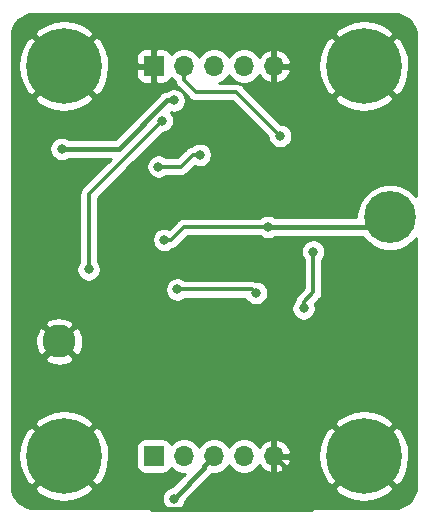
<source format=gbr>
G04 #@! TF.GenerationSoftware,KiCad,Pcbnew,(5.1.5)-3*
G04 #@! TF.CreationDate,2020-10-27T23:36:23+01:00*
G04 #@! TF.ProjectId,error_amplifier_1,6572726f-725f-4616-9d70-6c6966696572,rev?*
G04 #@! TF.SameCoordinates,Original*
G04 #@! TF.FileFunction,Copper,L2,Bot*
G04 #@! TF.FilePolarity,Positive*
%FSLAX46Y46*%
G04 Gerber Fmt 4.6, Leading zero omitted, Abs format (unit mm)*
G04 Created by KiCad (PCBNEW (5.1.5)-3) date 2020-10-27 23:36:23*
%MOMM*%
%LPD*%
G04 APERTURE LIST*
%ADD10C,2.800000*%
%ADD11C,0.700000*%
%ADD12C,4.400000*%
%ADD13O,1.700000X1.700000*%
%ADD14R,1.700000X1.700000*%
%ADD15C,0.800000*%
%ADD16C,6.400000*%
%ADD17C,0.400000*%
%ADD18C,0.300000*%
%ADD19C,0.254000*%
G04 APERTURE END LIST*
D10*
X101200000Y-142700000D03*
D11*
X130366726Y-131033274D03*
X129200000Y-130550000D03*
X128033274Y-131033274D03*
X127550000Y-132200000D03*
X128033274Y-133366726D03*
X129200000Y-133850000D03*
X130366726Y-133366726D03*
X130850000Y-132200000D03*
D12*
X129200000Y-132200000D03*
D13*
X119380000Y-152400000D03*
X116840000Y-152400000D03*
X114300000Y-152400000D03*
X111760000Y-152400000D03*
D14*
X109220000Y-152400000D03*
D13*
X119380000Y-119380000D03*
X116840000Y-119380000D03*
X114300000Y-119380000D03*
X111760000Y-119380000D03*
D14*
X109220000Y-119380000D03*
D15*
X128697056Y-150702944D03*
X127000000Y-150000000D03*
X125302944Y-150702944D03*
X124600000Y-152400000D03*
X125302944Y-154097056D03*
X127000000Y-154800000D03*
X128697056Y-154097056D03*
X129400000Y-152400000D03*
D16*
X127000000Y-152400000D03*
D15*
X103297056Y-117682944D03*
X101600000Y-116980000D03*
X99902944Y-117682944D03*
X99200000Y-119380000D03*
X99902944Y-121077056D03*
X101600000Y-121780000D03*
X103297056Y-121077056D03*
X104000000Y-119380000D03*
D16*
X101600000Y-119380000D03*
D15*
X103297056Y-150702944D03*
X101600000Y-150000000D03*
X99902944Y-150702944D03*
X99200000Y-152400000D03*
X99902944Y-154097056D03*
X101600000Y-154800000D03*
X103297056Y-154097056D03*
X104000000Y-152400000D03*
D16*
X101600000Y-152400000D03*
D15*
X128697056Y-117682944D03*
X127000000Y-116980000D03*
X125302944Y-117682944D03*
X124600000Y-119380000D03*
X125302944Y-121077056D03*
X127000000Y-121780000D03*
X128697056Y-121077056D03*
X129400000Y-119380000D03*
D16*
X127000000Y-119380000D03*
D15*
X121200000Y-150200000D03*
X114400000Y-148600000D03*
X103700000Y-136600000D03*
X109900000Y-124000000D03*
X113100000Y-126900000D03*
X109600000Y-127900000D03*
X110900000Y-156000000D03*
X121900000Y-139900000D03*
X122700000Y-135100000D03*
X110900000Y-122300000D03*
X101400000Y-126400000D03*
X119900000Y-125300000D03*
X110100000Y-134100000D03*
X118900000Y-133000000D03*
X111200000Y-138300000D03*
X117852951Y-138592276D03*
D17*
X104799999Y-155599999D02*
X107799999Y-155599999D01*
X101600000Y-152400000D02*
X104799999Y-155599999D01*
X107799999Y-155599999D02*
X109100000Y-156900000D01*
X122500000Y-156900000D02*
X127000000Y-152400000D01*
X109100000Y-156900000D02*
X122500000Y-156900000D01*
X120229999Y-153249999D02*
X120229999Y-155870001D01*
X119380000Y-152400000D02*
X120229999Y-153249999D01*
X120229999Y-155870001D02*
X119200000Y-156900000D01*
X121200000Y-150200000D02*
X119700000Y-148700000D01*
X119700000Y-148700000D02*
X114500000Y-148700000D01*
X114500000Y-148700000D02*
X114400000Y-148600000D01*
D18*
X103700000Y-136600000D02*
X103700000Y-130200000D01*
X103700000Y-130200000D02*
X109900000Y-124000000D01*
X112534315Y-126900000D02*
X111534315Y-127900000D01*
X113100000Y-126900000D02*
X112534315Y-126900000D01*
X111534315Y-127900000D02*
X109600000Y-127900000D01*
D17*
X113450001Y-153449999D02*
X113450001Y-153249999D01*
X113450001Y-153249999D02*
X114300000Y-152400000D01*
X110900000Y-156000000D02*
X113450001Y-153449999D01*
D18*
X121900000Y-139334315D02*
X122700000Y-138534315D01*
X121900000Y-139900000D02*
X121900000Y-139334315D01*
X122700000Y-138534315D02*
X122700000Y-135100000D01*
D17*
X110334315Y-122300000D02*
X106234315Y-126400000D01*
X110900000Y-122300000D02*
X110334315Y-122300000D01*
X106234315Y-126400000D02*
X101400000Y-126400000D01*
D18*
X111760000Y-120582081D02*
X112777919Y-121600000D01*
X111760000Y-119380000D02*
X111760000Y-120582081D01*
X112777919Y-121600000D02*
X116200000Y-121600000D01*
X116200000Y-121600000D02*
X119900000Y-125300000D01*
X110665685Y-134100000D02*
X111765685Y-133000000D01*
X110100000Y-134100000D02*
X110665685Y-134100000D01*
X111765685Y-133000000D02*
X118900000Y-133000000D01*
D17*
X128400000Y-133000000D02*
X129200000Y-132200000D01*
X118900000Y-133000000D02*
X128400000Y-133000000D01*
D18*
X111200000Y-138300000D02*
X117560675Y-138300000D01*
X117560675Y-138300000D02*
X117852951Y-138592276D01*
D19*
G36*
X129904545Y-114998909D02*
G01*
X130255208Y-115104780D01*
X130578625Y-115276744D01*
X130862484Y-115508254D01*
X131095965Y-115790486D01*
X131270183Y-116112695D01*
X131378502Y-116462614D01*
X131420000Y-116857443D01*
X131420000Y-130419601D01*
X131402088Y-130392793D01*
X131007207Y-129997912D01*
X130542876Y-129687656D01*
X130026939Y-129473948D01*
X129479223Y-129365000D01*
X128920777Y-129365000D01*
X128373061Y-129473948D01*
X127857124Y-129687656D01*
X127392793Y-129997912D01*
X126997912Y-130392793D01*
X126687656Y-130857124D01*
X126473948Y-131373061D01*
X126365000Y-131920777D01*
X126365000Y-132165000D01*
X119513285Y-132165000D01*
X119390256Y-132082795D01*
X119201898Y-132004774D01*
X119001939Y-131965000D01*
X118798061Y-131965000D01*
X118598102Y-132004774D01*
X118409744Y-132082795D01*
X118240226Y-132196063D01*
X118221289Y-132215000D01*
X111804240Y-132215000D01*
X111765685Y-132211203D01*
X111727129Y-132215000D01*
X111727124Y-132215000D01*
X111686711Y-132218980D01*
X111611798Y-132226358D01*
X111463825Y-132271246D01*
X111327452Y-132344138D01*
X111281652Y-132381726D01*
X111237872Y-132417655D01*
X111237869Y-132417658D01*
X111207921Y-132442236D01*
X111183343Y-132472185D01*
X110507155Y-133148373D01*
X110401898Y-133104774D01*
X110201939Y-133065000D01*
X109998061Y-133065000D01*
X109798102Y-133104774D01*
X109609744Y-133182795D01*
X109440226Y-133296063D01*
X109296063Y-133440226D01*
X109182795Y-133609744D01*
X109104774Y-133798102D01*
X109065000Y-133998061D01*
X109065000Y-134201939D01*
X109104774Y-134401898D01*
X109182795Y-134590256D01*
X109296063Y-134759774D01*
X109440226Y-134903937D01*
X109609744Y-135017205D01*
X109798102Y-135095226D01*
X109998061Y-135135000D01*
X110201939Y-135135000D01*
X110401898Y-135095226D01*
X110590256Y-135017205D01*
X110759774Y-134903937D01*
X110786847Y-134876864D01*
X110819572Y-134873641D01*
X110967545Y-134828754D01*
X111103918Y-134755862D01*
X111223449Y-134657764D01*
X111248032Y-134627810D01*
X112090843Y-133785000D01*
X118221289Y-133785000D01*
X118240226Y-133803937D01*
X118409744Y-133917205D01*
X118598102Y-133995226D01*
X118798061Y-134035000D01*
X119001939Y-134035000D01*
X119201898Y-133995226D01*
X119390256Y-133917205D01*
X119513285Y-133835000D01*
X126882847Y-133835000D01*
X126997912Y-134007207D01*
X127392793Y-134402088D01*
X127857124Y-134712344D01*
X128373061Y-134926052D01*
X128920777Y-135035000D01*
X129479223Y-135035000D01*
X130026939Y-134926052D01*
X130542876Y-134712344D01*
X131007207Y-134402088D01*
X131402088Y-134007207D01*
X131420000Y-133980399D01*
X131420001Y-154907711D01*
X131381091Y-155304545D01*
X131275220Y-155655206D01*
X131103257Y-155978623D01*
X130871748Y-156262482D01*
X130589514Y-156495965D01*
X130267304Y-156670184D01*
X129917385Y-156778502D01*
X129522557Y-156820000D01*
X111535734Y-156820000D01*
X111559774Y-156803937D01*
X111703937Y-156659774D01*
X111817205Y-156490256D01*
X111895226Y-156301898D01*
X111924093Y-156156775D01*
X112979987Y-155100881D01*
X124478724Y-155100881D01*
X124838912Y-155590548D01*
X125502882Y-155950849D01*
X126224385Y-156174694D01*
X126975695Y-156253480D01*
X127727938Y-156184178D01*
X128452208Y-155969452D01*
X129120670Y-155617555D01*
X129161088Y-155590548D01*
X129521276Y-155100881D01*
X127000000Y-152579605D01*
X124478724Y-155100881D01*
X112979987Y-155100881D01*
X114011429Y-154069439D01*
X114043292Y-154043290D01*
X114147637Y-153916145D01*
X114164284Y-153885000D01*
X114446260Y-153885000D01*
X114733158Y-153827932D01*
X115003411Y-153715990D01*
X115246632Y-153553475D01*
X115453475Y-153346632D01*
X115570000Y-153172240D01*
X115686525Y-153346632D01*
X115893368Y-153553475D01*
X116136589Y-153715990D01*
X116406842Y-153827932D01*
X116693740Y-153885000D01*
X116986260Y-153885000D01*
X117273158Y-153827932D01*
X117543411Y-153715990D01*
X117786632Y-153553475D01*
X117993475Y-153346632D01*
X118115195Y-153164466D01*
X118184822Y-153281355D01*
X118379731Y-153497588D01*
X118613080Y-153671641D01*
X118875901Y-153796825D01*
X119023110Y-153841476D01*
X119253000Y-153720155D01*
X119253000Y-152527000D01*
X119507000Y-152527000D01*
X119507000Y-153720155D01*
X119736890Y-153841476D01*
X119884099Y-153796825D01*
X120146920Y-153671641D01*
X120380269Y-153497588D01*
X120575178Y-153281355D01*
X120724157Y-153031252D01*
X120821481Y-152756891D01*
X120700814Y-152527000D01*
X119507000Y-152527000D01*
X119253000Y-152527000D01*
X119233000Y-152527000D01*
X119233000Y-152375695D01*
X123146520Y-152375695D01*
X123215822Y-153127938D01*
X123430548Y-153852208D01*
X123782445Y-154520670D01*
X123809452Y-154561088D01*
X124299119Y-154921276D01*
X126820395Y-152400000D01*
X127179605Y-152400000D01*
X129700881Y-154921276D01*
X130190548Y-154561088D01*
X130550849Y-153897118D01*
X130774694Y-153175615D01*
X130853480Y-152424305D01*
X130784178Y-151672062D01*
X130569452Y-150947792D01*
X130217555Y-150279330D01*
X130190548Y-150238912D01*
X129700881Y-149878724D01*
X127179605Y-152400000D01*
X126820395Y-152400000D01*
X124299119Y-149878724D01*
X123809452Y-150238912D01*
X123449151Y-150902882D01*
X123225306Y-151624385D01*
X123146520Y-152375695D01*
X119233000Y-152375695D01*
X119233000Y-152273000D01*
X119253000Y-152273000D01*
X119253000Y-151079845D01*
X119507000Y-151079845D01*
X119507000Y-152273000D01*
X120700814Y-152273000D01*
X120821481Y-152043109D01*
X120724157Y-151768748D01*
X120575178Y-151518645D01*
X120380269Y-151302412D01*
X120146920Y-151128359D01*
X119884099Y-151003175D01*
X119736890Y-150958524D01*
X119507000Y-151079845D01*
X119253000Y-151079845D01*
X119023110Y-150958524D01*
X118875901Y-151003175D01*
X118613080Y-151128359D01*
X118379731Y-151302412D01*
X118184822Y-151518645D01*
X118115195Y-151635534D01*
X117993475Y-151453368D01*
X117786632Y-151246525D01*
X117543411Y-151084010D01*
X117273158Y-150972068D01*
X116986260Y-150915000D01*
X116693740Y-150915000D01*
X116406842Y-150972068D01*
X116136589Y-151084010D01*
X115893368Y-151246525D01*
X115686525Y-151453368D01*
X115570000Y-151627760D01*
X115453475Y-151453368D01*
X115246632Y-151246525D01*
X115003411Y-151084010D01*
X114733158Y-150972068D01*
X114446260Y-150915000D01*
X114153740Y-150915000D01*
X113866842Y-150972068D01*
X113596589Y-151084010D01*
X113353368Y-151246525D01*
X113146525Y-151453368D01*
X113030000Y-151627760D01*
X112913475Y-151453368D01*
X112706632Y-151246525D01*
X112463411Y-151084010D01*
X112193158Y-150972068D01*
X111906260Y-150915000D01*
X111613740Y-150915000D01*
X111326842Y-150972068D01*
X111056589Y-151084010D01*
X110813368Y-151246525D01*
X110681513Y-151378380D01*
X110659502Y-151305820D01*
X110600537Y-151195506D01*
X110521185Y-151098815D01*
X110424494Y-151019463D01*
X110314180Y-150960498D01*
X110194482Y-150924188D01*
X110070000Y-150911928D01*
X108370000Y-150911928D01*
X108245518Y-150924188D01*
X108125820Y-150960498D01*
X108015506Y-151019463D01*
X107918815Y-151098815D01*
X107839463Y-151195506D01*
X107780498Y-151305820D01*
X107744188Y-151425518D01*
X107731928Y-151550000D01*
X107731928Y-153250000D01*
X107744188Y-153374482D01*
X107780498Y-153494180D01*
X107839463Y-153604494D01*
X107918815Y-153701185D01*
X108015506Y-153780537D01*
X108125820Y-153839502D01*
X108245518Y-153875812D01*
X108370000Y-153888072D01*
X110070000Y-153888072D01*
X110194482Y-153875812D01*
X110314180Y-153839502D01*
X110424494Y-153780537D01*
X110521185Y-153701185D01*
X110600537Y-153604494D01*
X110659502Y-153494180D01*
X110681513Y-153421620D01*
X110813368Y-153553475D01*
X111056589Y-153715990D01*
X111326842Y-153827932D01*
X111613740Y-153885000D01*
X111834132Y-153885000D01*
X110743225Y-154975907D01*
X110598102Y-155004774D01*
X110409744Y-155082795D01*
X110240226Y-155196063D01*
X110096063Y-155340226D01*
X109982795Y-155509744D01*
X109904774Y-155698102D01*
X109865000Y-155898061D01*
X109865000Y-156101939D01*
X109904774Y-156301898D01*
X109982795Y-156490256D01*
X110096063Y-156659774D01*
X110240226Y-156803937D01*
X110264266Y-156820000D01*
X99092279Y-156820000D01*
X98695455Y-156781091D01*
X98344794Y-156675220D01*
X98021377Y-156503257D01*
X97737518Y-156271748D01*
X97504035Y-155989514D01*
X97329816Y-155667304D01*
X97221498Y-155317385D01*
X97198743Y-155100881D01*
X99078724Y-155100881D01*
X99438912Y-155590548D01*
X100102882Y-155950849D01*
X100824385Y-156174694D01*
X101575695Y-156253480D01*
X102327938Y-156184178D01*
X103052208Y-155969452D01*
X103720670Y-155617555D01*
X103761088Y-155590548D01*
X104121276Y-155100881D01*
X101600000Y-152579605D01*
X99078724Y-155100881D01*
X97198743Y-155100881D01*
X97180000Y-154922557D01*
X97180000Y-152375695D01*
X97746520Y-152375695D01*
X97815822Y-153127938D01*
X98030548Y-153852208D01*
X98382445Y-154520670D01*
X98409452Y-154561088D01*
X98899119Y-154921276D01*
X101420395Y-152400000D01*
X101779605Y-152400000D01*
X104300881Y-154921276D01*
X104790548Y-154561088D01*
X105150849Y-153897118D01*
X105374694Y-153175615D01*
X105453480Y-152424305D01*
X105384178Y-151672062D01*
X105169452Y-150947792D01*
X104817555Y-150279330D01*
X104790548Y-150238912D01*
X104300881Y-149878724D01*
X101779605Y-152400000D01*
X101420395Y-152400000D01*
X98899119Y-149878724D01*
X98409452Y-150238912D01*
X98049151Y-150902882D01*
X97825306Y-151624385D01*
X97746520Y-152375695D01*
X97180000Y-152375695D01*
X97180000Y-149699119D01*
X99078724Y-149699119D01*
X101600000Y-152220395D01*
X104121276Y-149699119D01*
X124478724Y-149699119D01*
X127000000Y-152220395D01*
X129521276Y-149699119D01*
X129161088Y-149209452D01*
X128497118Y-148849151D01*
X127775615Y-148625306D01*
X127024305Y-148546520D01*
X126272062Y-148615822D01*
X125547792Y-148830548D01*
X124879330Y-149182445D01*
X124838912Y-149209452D01*
X124478724Y-149699119D01*
X104121276Y-149699119D01*
X103761088Y-149209452D01*
X103097118Y-148849151D01*
X102375615Y-148625306D01*
X101624305Y-148546520D01*
X100872062Y-148615822D01*
X100147792Y-148830548D01*
X99479330Y-149182445D01*
X99438912Y-149209452D01*
X99078724Y-149699119D01*
X97180000Y-149699119D01*
X97180000Y-144120447D01*
X99959158Y-144120447D01*
X100103135Y-144425770D01*
X100460892Y-144606597D01*
X100847053Y-144714155D01*
X101246777Y-144744310D01*
X101644704Y-144695904D01*
X102025540Y-144570795D01*
X102296865Y-144425770D01*
X102440842Y-144120447D01*
X101200000Y-142879605D01*
X99959158Y-144120447D01*
X97180000Y-144120447D01*
X97180000Y-142746777D01*
X99155690Y-142746777D01*
X99204096Y-143144704D01*
X99329205Y-143525540D01*
X99474230Y-143796865D01*
X99779553Y-143940842D01*
X101020395Y-142700000D01*
X101379605Y-142700000D01*
X102620447Y-143940842D01*
X102925770Y-143796865D01*
X103106597Y-143439108D01*
X103214155Y-143052947D01*
X103244310Y-142653223D01*
X103195904Y-142255296D01*
X103070795Y-141874460D01*
X102925770Y-141603135D01*
X102620447Y-141459158D01*
X101379605Y-142700000D01*
X101020395Y-142700000D01*
X99779553Y-141459158D01*
X99474230Y-141603135D01*
X99293403Y-141960892D01*
X99185845Y-142347053D01*
X99155690Y-142746777D01*
X97180000Y-142746777D01*
X97180000Y-141279553D01*
X99959158Y-141279553D01*
X101200000Y-142520395D01*
X102440842Y-141279553D01*
X102296865Y-140974230D01*
X101939108Y-140793403D01*
X101552947Y-140685845D01*
X101153223Y-140655690D01*
X100755296Y-140704096D01*
X100374460Y-140829205D01*
X100103135Y-140974230D01*
X99959158Y-141279553D01*
X97180000Y-141279553D01*
X97180000Y-139798061D01*
X120865000Y-139798061D01*
X120865000Y-140001939D01*
X120904774Y-140201898D01*
X120982795Y-140390256D01*
X121096063Y-140559774D01*
X121240226Y-140703937D01*
X121409744Y-140817205D01*
X121598102Y-140895226D01*
X121798061Y-140935000D01*
X122001939Y-140935000D01*
X122201898Y-140895226D01*
X122390256Y-140817205D01*
X122559774Y-140703937D01*
X122703937Y-140559774D01*
X122817205Y-140390256D01*
X122895226Y-140201898D01*
X122935000Y-140001939D01*
X122935000Y-139798061D01*
X122895226Y-139598102D01*
X122851627Y-139492845D01*
X123227811Y-139116661D01*
X123257764Y-139092079D01*
X123355862Y-138972548D01*
X123428754Y-138836175D01*
X123437755Y-138806503D01*
X123473642Y-138688202D01*
X123483089Y-138592276D01*
X123485000Y-138572876D01*
X123485000Y-138572871D01*
X123488797Y-138534315D01*
X123485000Y-138495759D01*
X123485000Y-135778711D01*
X123503937Y-135759774D01*
X123617205Y-135590256D01*
X123695226Y-135401898D01*
X123735000Y-135201939D01*
X123735000Y-134998061D01*
X123695226Y-134798102D01*
X123617205Y-134609744D01*
X123503937Y-134440226D01*
X123359774Y-134296063D01*
X123190256Y-134182795D01*
X123001898Y-134104774D01*
X122801939Y-134065000D01*
X122598061Y-134065000D01*
X122398102Y-134104774D01*
X122209744Y-134182795D01*
X122040226Y-134296063D01*
X121896063Y-134440226D01*
X121782795Y-134609744D01*
X121704774Y-134798102D01*
X121665000Y-134998061D01*
X121665000Y-135201939D01*
X121704774Y-135401898D01*
X121782795Y-135590256D01*
X121896063Y-135759774D01*
X121915001Y-135778712D01*
X121915000Y-138209158D01*
X121372185Y-138751973D01*
X121342237Y-138776551D01*
X121317659Y-138806499D01*
X121317655Y-138806503D01*
X121293305Y-138836174D01*
X121244139Y-138896082D01*
X121171246Y-139032455D01*
X121126359Y-139180428D01*
X121123136Y-139213153D01*
X121096063Y-139240226D01*
X120982795Y-139409744D01*
X120904774Y-139598102D01*
X120865000Y-139798061D01*
X97180000Y-139798061D01*
X97180000Y-138198061D01*
X110165000Y-138198061D01*
X110165000Y-138401939D01*
X110204774Y-138601898D01*
X110282795Y-138790256D01*
X110396063Y-138959774D01*
X110540226Y-139103937D01*
X110709744Y-139217205D01*
X110898102Y-139295226D01*
X111098061Y-139335000D01*
X111301939Y-139335000D01*
X111501898Y-139295226D01*
X111690256Y-139217205D01*
X111859774Y-139103937D01*
X111878711Y-139085000D01*
X116937395Y-139085000D01*
X117049014Y-139252050D01*
X117193177Y-139396213D01*
X117362695Y-139509481D01*
X117551053Y-139587502D01*
X117751012Y-139627276D01*
X117954890Y-139627276D01*
X118154849Y-139587502D01*
X118343207Y-139509481D01*
X118512725Y-139396213D01*
X118656888Y-139252050D01*
X118770156Y-139082532D01*
X118848177Y-138894174D01*
X118887951Y-138694215D01*
X118887951Y-138490337D01*
X118848177Y-138290378D01*
X118770156Y-138102020D01*
X118656888Y-137932502D01*
X118512725Y-137788339D01*
X118343207Y-137675071D01*
X118154849Y-137597050D01*
X117954890Y-137557276D01*
X117816482Y-137557276D01*
X117714562Y-137526359D01*
X117599236Y-137515000D01*
X117599228Y-137515000D01*
X117560675Y-137511203D01*
X117522122Y-137515000D01*
X111878711Y-137515000D01*
X111859774Y-137496063D01*
X111690256Y-137382795D01*
X111501898Y-137304774D01*
X111301939Y-137265000D01*
X111098061Y-137265000D01*
X110898102Y-137304774D01*
X110709744Y-137382795D01*
X110540226Y-137496063D01*
X110396063Y-137640226D01*
X110282795Y-137809744D01*
X110204774Y-137998102D01*
X110165000Y-138198061D01*
X97180000Y-138198061D01*
X97180000Y-126298061D01*
X100365000Y-126298061D01*
X100365000Y-126501939D01*
X100404774Y-126701898D01*
X100482795Y-126890256D01*
X100596063Y-127059774D01*
X100740226Y-127203937D01*
X100909744Y-127317205D01*
X101098102Y-127395226D01*
X101298061Y-127435000D01*
X101501939Y-127435000D01*
X101701898Y-127395226D01*
X101890256Y-127317205D01*
X102013285Y-127235000D01*
X105554843Y-127235000D01*
X103172185Y-129617658D01*
X103142237Y-129642236D01*
X103117659Y-129672184D01*
X103117655Y-129672188D01*
X103113621Y-129677104D01*
X103044139Y-129761767D01*
X103031774Y-129784901D01*
X102971246Y-129898141D01*
X102926359Y-130046114D01*
X102911203Y-130200000D01*
X102915001Y-130238563D01*
X102915000Y-135921289D01*
X102896063Y-135940226D01*
X102782795Y-136109744D01*
X102704774Y-136298102D01*
X102665000Y-136498061D01*
X102665000Y-136701939D01*
X102704774Y-136901898D01*
X102782795Y-137090256D01*
X102896063Y-137259774D01*
X103040226Y-137403937D01*
X103209744Y-137517205D01*
X103398102Y-137595226D01*
X103598061Y-137635000D01*
X103801939Y-137635000D01*
X104001898Y-137595226D01*
X104190256Y-137517205D01*
X104359774Y-137403937D01*
X104503937Y-137259774D01*
X104617205Y-137090256D01*
X104695226Y-136901898D01*
X104735000Y-136701939D01*
X104735000Y-136498061D01*
X104695226Y-136298102D01*
X104617205Y-136109744D01*
X104503937Y-135940226D01*
X104485000Y-135921289D01*
X104485000Y-130525157D01*
X107212096Y-127798061D01*
X108565000Y-127798061D01*
X108565000Y-128001939D01*
X108604774Y-128201898D01*
X108682795Y-128390256D01*
X108796063Y-128559774D01*
X108940226Y-128703937D01*
X109109744Y-128817205D01*
X109298102Y-128895226D01*
X109498061Y-128935000D01*
X109701939Y-128935000D01*
X109901898Y-128895226D01*
X110090256Y-128817205D01*
X110259774Y-128703937D01*
X110278711Y-128685000D01*
X111495762Y-128685000D01*
X111534315Y-128688797D01*
X111572868Y-128685000D01*
X111572876Y-128685000D01*
X111688202Y-128673641D01*
X111836175Y-128628754D01*
X111972548Y-128555862D01*
X112092079Y-128457764D01*
X112116662Y-128427810D01*
X112692845Y-127851627D01*
X112798102Y-127895226D01*
X112998061Y-127935000D01*
X113201939Y-127935000D01*
X113401898Y-127895226D01*
X113590256Y-127817205D01*
X113759774Y-127703937D01*
X113903937Y-127559774D01*
X114017205Y-127390256D01*
X114095226Y-127201898D01*
X114135000Y-127001939D01*
X114135000Y-126798061D01*
X114095226Y-126598102D01*
X114017205Y-126409744D01*
X113903937Y-126240226D01*
X113759774Y-126096063D01*
X113590256Y-125982795D01*
X113401898Y-125904774D01*
X113201939Y-125865000D01*
X112998061Y-125865000D01*
X112798102Y-125904774D01*
X112609744Y-125982795D01*
X112440226Y-126096063D01*
X112413154Y-126123135D01*
X112380428Y-126126358D01*
X112232455Y-126171246D01*
X112096082Y-126244138D01*
X111976551Y-126342236D01*
X111951968Y-126372190D01*
X111209158Y-127115000D01*
X110278711Y-127115000D01*
X110259774Y-127096063D01*
X110090256Y-126982795D01*
X109901898Y-126904774D01*
X109701939Y-126865000D01*
X109498061Y-126865000D01*
X109298102Y-126904774D01*
X109109744Y-126982795D01*
X108940226Y-127096063D01*
X108796063Y-127240226D01*
X108682795Y-127409744D01*
X108604774Y-127598102D01*
X108565000Y-127798061D01*
X107212096Y-127798061D01*
X109975158Y-125035000D01*
X110001939Y-125035000D01*
X110201898Y-124995226D01*
X110390256Y-124917205D01*
X110559774Y-124803937D01*
X110703937Y-124659774D01*
X110817205Y-124490256D01*
X110895226Y-124301898D01*
X110935000Y-124101939D01*
X110935000Y-123898061D01*
X110895226Y-123698102D01*
X110817205Y-123509744D01*
X110703937Y-123340226D01*
X110674042Y-123310331D01*
X110798061Y-123335000D01*
X111001939Y-123335000D01*
X111201898Y-123295226D01*
X111390256Y-123217205D01*
X111559774Y-123103937D01*
X111703937Y-122959774D01*
X111817205Y-122790256D01*
X111895226Y-122601898D01*
X111935000Y-122401939D01*
X111935000Y-122198061D01*
X111895226Y-121998102D01*
X111817205Y-121809744D01*
X111703937Y-121640226D01*
X111559774Y-121496063D01*
X111390256Y-121382795D01*
X111201898Y-121304774D01*
X111001939Y-121265000D01*
X110798061Y-121265000D01*
X110598102Y-121304774D01*
X110409744Y-121382795D01*
X110285577Y-121465760D01*
X110170626Y-121477082D01*
X110013228Y-121524828D01*
X109868169Y-121602364D01*
X109741024Y-121706709D01*
X109714878Y-121738568D01*
X105888448Y-125565000D01*
X102013285Y-125565000D01*
X101890256Y-125482795D01*
X101701898Y-125404774D01*
X101501939Y-125365000D01*
X101298061Y-125365000D01*
X101098102Y-125404774D01*
X100909744Y-125482795D01*
X100740226Y-125596063D01*
X100596063Y-125740226D01*
X100482795Y-125909744D01*
X100404774Y-126098102D01*
X100365000Y-126298061D01*
X97180000Y-126298061D01*
X97180000Y-122080881D01*
X99078724Y-122080881D01*
X99438912Y-122570548D01*
X100102882Y-122930849D01*
X100824385Y-123154694D01*
X101575695Y-123233480D01*
X102327938Y-123164178D01*
X103052208Y-122949452D01*
X103720670Y-122597555D01*
X103761088Y-122570548D01*
X104121276Y-122080881D01*
X101600000Y-119559605D01*
X99078724Y-122080881D01*
X97180000Y-122080881D01*
X97180000Y-119355695D01*
X97746520Y-119355695D01*
X97815822Y-120107938D01*
X98030548Y-120832208D01*
X98382445Y-121500670D01*
X98409452Y-121541088D01*
X98899119Y-121901276D01*
X101420395Y-119380000D01*
X101779605Y-119380000D01*
X104300881Y-121901276D01*
X104790548Y-121541088D01*
X105150849Y-120877118D01*
X105351616Y-120230000D01*
X107731928Y-120230000D01*
X107744188Y-120354482D01*
X107780498Y-120474180D01*
X107839463Y-120584494D01*
X107918815Y-120681185D01*
X108015506Y-120760537D01*
X108125820Y-120819502D01*
X108245518Y-120855812D01*
X108370000Y-120868072D01*
X108934250Y-120865000D01*
X109093000Y-120706250D01*
X109093000Y-119507000D01*
X107893750Y-119507000D01*
X107735000Y-119665750D01*
X107731928Y-120230000D01*
X105351616Y-120230000D01*
X105374694Y-120155615D01*
X105453480Y-119404305D01*
X105384178Y-118652062D01*
X105347990Y-118530000D01*
X107731928Y-118530000D01*
X107735000Y-119094250D01*
X107893750Y-119253000D01*
X109093000Y-119253000D01*
X109093000Y-118053750D01*
X109347000Y-118053750D01*
X109347000Y-119253000D01*
X109367000Y-119253000D01*
X109367000Y-119507000D01*
X109347000Y-119507000D01*
X109347000Y-120706250D01*
X109505750Y-120865000D01*
X110070000Y-120868072D01*
X110194482Y-120855812D01*
X110314180Y-120819502D01*
X110424494Y-120760537D01*
X110521185Y-120681185D01*
X110600537Y-120584494D01*
X110659502Y-120474180D01*
X110681513Y-120401620D01*
X110813368Y-120533475D01*
X110977197Y-120642942D01*
X110986359Y-120735967D01*
X111031246Y-120883940D01*
X111031247Y-120883941D01*
X111104139Y-121020314D01*
X111144690Y-121069725D01*
X111177655Y-121109893D01*
X111177659Y-121109897D01*
X111202237Y-121139845D01*
X111232185Y-121164423D01*
X112195572Y-122127810D01*
X112220155Y-122157764D01*
X112339686Y-122255862D01*
X112435053Y-122306836D01*
X112476059Y-122328754D01*
X112624032Y-122373642D01*
X112698945Y-122381020D01*
X112739358Y-122385000D01*
X112739363Y-122385000D01*
X112777919Y-122388797D01*
X112816475Y-122385000D01*
X115874843Y-122385000D01*
X118865000Y-125375158D01*
X118865000Y-125401939D01*
X118904774Y-125601898D01*
X118982795Y-125790256D01*
X119096063Y-125959774D01*
X119240226Y-126103937D01*
X119409744Y-126217205D01*
X119598102Y-126295226D01*
X119798061Y-126335000D01*
X120001939Y-126335000D01*
X120201898Y-126295226D01*
X120390256Y-126217205D01*
X120559774Y-126103937D01*
X120703937Y-125959774D01*
X120817205Y-125790256D01*
X120895226Y-125601898D01*
X120935000Y-125401939D01*
X120935000Y-125198061D01*
X120895226Y-124998102D01*
X120817205Y-124809744D01*
X120703937Y-124640226D01*
X120559774Y-124496063D01*
X120390256Y-124382795D01*
X120201898Y-124304774D01*
X120001939Y-124265000D01*
X119975158Y-124265000D01*
X117791039Y-122080881D01*
X124478724Y-122080881D01*
X124838912Y-122570548D01*
X125502882Y-122930849D01*
X126224385Y-123154694D01*
X126975695Y-123233480D01*
X127727938Y-123164178D01*
X128452208Y-122949452D01*
X129120670Y-122597555D01*
X129161088Y-122570548D01*
X129521276Y-122080881D01*
X127000000Y-119559605D01*
X124478724Y-122080881D01*
X117791039Y-122080881D01*
X116782345Y-121072188D01*
X116757764Y-121042236D01*
X116638233Y-120944138D01*
X116501860Y-120871246D01*
X116353887Y-120826359D01*
X116238561Y-120815000D01*
X116238553Y-120815000D01*
X116200000Y-120811203D01*
X116161447Y-120815000D01*
X114697625Y-120815000D01*
X114733158Y-120807932D01*
X115003411Y-120695990D01*
X115246632Y-120533475D01*
X115453475Y-120326632D01*
X115570000Y-120152240D01*
X115686525Y-120326632D01*
X115893368Y-120533475D01*
X116136589Y-120695990D01*
X116406842Y-120807932D01*
X116693740Y-120865000D01*
X116986260Y-120865000D01*
X117273158Y-120807932D01*
X117543411Y-120695990D01*
X117786632Y-120533475D01*
X117993475Y-120326632D01*
X118115195Y-120144466D01*
X118184822Y-120261355D01*
X118379731Y-120477588D01*
X118613080Y-120651641D01*
X118875901Y-120776825D01*
X119023110Y-120821476D01*
X119253000Y-120700155D01*
X119253000Y-119507000D01*
X119507000Y-119507000D01*
X119507000Y-120700155D01*
X119736890Y-120821476D01*
X119884099Y-120776825D01*
X120146920Y-120651641D01*
X120380269Y-120477588D01*
X120575178Y-120261355D01*
X120724157Y-120011252D01*
X120821481Y-119736891D01*
X120700814Y-119507000D01*
X119507000Y-119507000D01*
X119253000Y-119507000D01*
X119233000Y-119507000D01*
X119233000Y-119355695D01*
X123146520Y-119355695D01*
X123215822Y-120107938D01*
X123430548Y-120832208D01*
X123782445Y-121500670D01*
X123809452Y-121541088D01*
X124299119Y-121901276D01*
X126820395Y-119380000D01*
X127179605Y-119380000D01*
X129700881Y-121901276D01*
X130190548Y-121541088D01*
X130550849Y-120877118D01*
X130774694Y-120155615D01*
X130853480Y-119404305D01*
X130784178Y-118652062D01*
X130569452Y-117927792D01*
X130217555Y-117259330D01*
X130190548Y-117218912D01*
X129700881Y-116858724D01*
X127179605Y-119380000D01*
X126820395Y-119380000D01*
X124299119Y-116858724D01*
X123809452Y-117218912D01*
X123449151Y-117882882D01*
X123225306Y-118604385D01*
X123146520Y-119355695D01*
X119233000Y-119355695D01*
X119233000Y-119253000D01*
X119253000Y-119253000D01*
X119253000Y-118059845D01*
X119507000Y-118059845D01*
X119507000Y-119253000D01*
X120700814Y-119253000D01*
X120821481Y-119023109D01*
X120724157Y-118748748D01*
X120575178Y-118498645D01*
X120380269Y-118282412D01*
X120146920Y-118108359D01*
X119884099Y-117983175D01*
X119736890Y-117938524D01*
X119507000Y-118059845D01*
X119253000Y-118059845D01*
X119023110Y-117938524D01*
X118875901Y-117983175D01*
X118613080Y-118108359D01*
X118379731Y-118282412D01*
X118184822Y-118498645D01*
X118115195Y-118615534D01*
X117993475Y-118433368D01*
X117786632Y-118226525D01*
X117543411Y-118064010D01*
X117273158Y-117952068D01*
X116986260Y-117895000D01*
X116693740Y-117895000D01*
X116406842Y-117952068D01*
X116136589Y-118064010D01*
X115893368Y-118226525D01*
X115686525Y-118433368D01*
X115570000Y-118607760D01*
X115453475Y-118433368D01*
X115246632Y-118226525D01*
X115003411Y-118064010D01*
X114733158Y-117952068D01*
X114446260Y-117895000D01*
X114153740Y-117895000D01*
X113866842Y-117952068D01*
X113596589Y-118064010D01*
X113353368Y-118226525D01*
X113146525Y-118433368D01*
X113030000Y-118607760D01*
X112913475Y-118433368D01*
X112706632Y-118226525D01*
X112463411Y-118064010D01*
X112193158Y-117952068D01*
X111906260Y-117895000D01*
X111613740Y-117895000D01*
X111326842Y-117952068D01*
X111056589Y-118064010D01*
X110813368Y-118226525D01*
X110681513Y-118358380D01*
X110659502Y-118285820D01*
X110600537Y-118175506D01*
X110521185Y-118078815D01*
X110424494Y-117999463D01*
X110314180Y-117940498D01*
X110194482Y-117904188D01*
X110070000Y-117891928D01*
X109505750Y-117895000D01*
X109347000Y-118053750D01*
X109093000Y-118053750D01*
X108934250Y-117895000D01*
X108370000Y-117891928D01*
X108245518Y-117904188D01*
X108125820Y-117940498D01*
X108015506Y-117999463D01*
X107918815Y-118078815D01*
X107839463Y-118175506D01*
X107780498Y-118285820D01*
X107744188Y-118405518D01*
X107731928Y-118530000D01*
X105347990Y-118530000D01*
X105169452Y-117927792D01*
X104817555Y-117259330D01*
X104790548Y-117218912D01*
X104300881Y-116858724D01*
X101779605Y-119380000D01*
X101420395Y-119380000D01*
X98899119Y-116858724D01*
X98409452Y-117218912D01*
X98049151Y-117882882D01*
X97825306Y-118604385D01*
X97746520Y-119355695D01*
X97180000Y-119355695D01*
X97180000Y-116872279D01*
X97198939Y-116679119D01*
X99078724Y-116679119D01*
X101600000Y-119200395D01*
X104121276Y-116679119D01*
X124478724Y-116679119D01*
X127000000Y-119200395D01*
X129521276Y-116679119D01*
X129161088Y-116189452D01*
X128497118Y-115829151D01*
X127775615Y-115605306D01*
X127024305Y-115526520D01*
X126272062Y-115595822D01*
X125547792Y-115810548D01*
X124879330Y-116162445D01*
X124838912Y-116189452D01*
X124478724Y-116679119D01*
X104121276Y-116679119D01*
X103761088Y-116189452D01*
X103097118Y-115829151D01*
X102375615Y-115605306D01*
X101624305Y-115526520D01*
X100872062Y-115595822D01*
X100147792Y-115810548D01*
X99479330Y-116162445D01*
X99438912Y-116189452D01*
X99078724Y-116679119D01*
X97198939Y-116679119D01*
X97218909Y-116475455D01*
X97324780Y-116124792D01*
X97496744Y-115801375D01*
X97728254Y-115517516D01*
X98010486Y-115284035D01*
X98332695Y-115109817D01*
X98682614Y-115001498D01*
X99077443Y-114960000D01*
X129507721Y-114960000D01*
X129904545Y-114998909D01*
G37*
X129904545Y-114998909D02*
X130255208Y-115104780D01*
X130578625Y-115276744D01*
X130862484Y-115508254D01*
X131095965Y-115790486D01*
X131270183Y-116112695D01*
X131378502Y-116462614D01*
X131420000Y-116857443D01*
X131420000Y-130419601D01*
X131402088Y-130392793D01*
X131007207Y-129997912D01*
X130542876Y-129687656D01*
X130026939Y-129473948D01*
X129479223Y-129365000D01*
X128920777Y-129365000D01*
X128373061Y-129473948D01*
X127857124Y-129687656D01*
X127392793Y-129997912D01*
X126997912Y-130392793D01*
X126687656Y-130857124D01*
X126473948Y-131373061D01*
X126365000Y-131920777D01*
X126365000Y-132165000D01*
X119513285Y-132165000D01*
X119390256Y-132082795D01*
X119201898Y-132004774D01*
X119001939Y-131965000D01*
X118798061Y-131965000D01*
X118598102Y-132004774D01*
X118409744Y-132082795D01*
X118240226Y-132196063D01*
X118221289Y-132215000D01*
X111804240Y-132215000D01*
X111765685Y-132211203D01*
X111727129Y-132215000D01*
X111727124Y-132215000D01*
X111686711Y-132218980D01*
X111611798Y-132226358D01*
X111463825Y-132271246D01*
X111327452Y-132344138D01*
X111281652Y-132381726D01*
X111237872Y-132417655D01*
X111237869Y-132417658D01*
X111207921Y-132442236D01*
X111183343Y-132472185D01*
X110507155Y-133148373D01*
X110401898Y-133104774D01*
X110201939Y-133065000D01*
X109998061Y-133065000D01*
X109798102Y-133104774D01*
X109609744Y-133182795D01*
X109440226Y-133296063D01*
X109296063Y-133440226D01*
X109182795Y-133609744D01*
X109104774Y-133798102D01*
X109065000Y-133998061D01*
X109065000Y-134201939D01*
X109104774Y-134401898D01*
X109182795Y-134590256D01*
X109296063Y-134759774D01*
X109440226Y-134903937D01*
X109609744Y-135017205D01*
X109798102Y-135095226D01*
X109998061Y-135135000D01*
X110201939Y-135135000D01*
X110401898Y-135095226D01*
X110590256Y-135017205D01*
X110759774Y-134903937D01*
X110786847Y-134876864D01*
X110819572Y-134873641D01*
X110967545Y-134828754D01*
X111103918Y-134755862D01*
X111223449Y-134657764D01*
X111248032Y-134627810D01*
X112090843Y-133785000D01*
X118221289Y-133785000D01*
X118240226Y-133803937D01*
X118409744Y-133917205D01*
X118598102Y-133995226D01*
X118798061Y-134035000D01*
X119001939Y-134035000D01*
X119201898Y-133995226D01*
X119390256Y-133917205D01*
X119513285Y-133835000D01*
X126882847Y-133835000D01*
X126997912Y-134007207D01*
X127392793Y-134402088D01*
X127857124Y-134712344D01*
X128373061Y-134926052D01*
X128920777Y-135035000D01*
X129479223Y-135035000D01*
X130026939Y-134926052D01*
X130542876Y-134712344D01*
X131007207Y-134402088D01*
X131402088Y-134007207D01*
X131420000Y-133980399D01*
X131420001Y-154907711D01*
X131381091Y-155304545D01*
X131275220Y-155655206D01*
X131103257Y-155978623D01*
X130871748Y-156262482D01*
X130589514Y-156495965D01*
X130267304Y-156670184D01*
X129917385Y-156778502D01*
X129522557Y-156820000D01*
X111535734Y-156820000D01*
X111559774Y-156803937D01*
X111703937Y-156659774D01*
X111817205Y-156490256D01*
X111895226Y-156301898D01*
X111924093Y-156156775D01*
X112979987Y-155100881D01*
X124478724Y-155100881D01*
X124838912Y-155590548D01*
X125502882Y-155950849D01*
X126224385Y-156174694D01*
X126975695Y-156253480D01*
X127727938Y-156184178D01*
X128452208Y-155969452D01*
X129120670Y-155617555D01*
X129161088Y-155590548D01*
X129521276Y-155100881D01*
X127000000Y-152579605D01*
X124478724Y-155100881D01*
X112979987Y-155100881D01*
X114011429Y-154069439D01*
X114043292Y-154043290D01*
X114147637Y-153916145D01*
X114164284Y-153885000D01*
X114446260Y-153885000D01*
X114733158Y-153827932D01*
X115003411Y-153715990D01*
X115246632Y-153553475D01*
X115453475Y-153346632D01*
X115570000Y-153172240D01*
X115686525Y-153346632D01*
X115893368Y-153553475D01*
X116136589Y-153715990D01*
X116406842Y-153827932D01*
X116693740Y-153885000D01*
X116986260Y-153885000D01*
X117273158Y-153827932D01*
X117543411Y-153715990D01*
X117786632Y-153553475D01*
X117993475Y-153346632D01*
X118115195Y-153164466D01*
X118184822Y-153281355D01*
X118379731Y-153497588D01*
X118613080Y-153671641D01*
X118875901Y-153796825D01*
X119023110Y-153841476D01*
X119253000Y-153720155D01*
X119253000Y-152527000D01*
X119507000Y-152527000D01*
X119507000Y-153720155D01*
X119736890Y-153841476D01*
X119884099Y-153796825D01*
X120146920Y-153671641D01*
X120380269Y-153497588D01*
X120575178Y-153281355D01*
X120724157Y-153031252D01*
X120821481Y-152756891D01*
X120700814Y-152527000D01*
X119507000Y-152527000D01*
X119253000Y-152527000D01*
X119233000Y-152527000D01*
X119233000Y-152375695D01*
X123146520Y-152375695D01*
X123215822Y-153127938D01*
X123430548Y-153852208D01*
X123782445Y-154520670D01*
X123809452Y-154561088D01*
X124299119Y-154921276D01*
X126820395Y-152400000D01*
X127179605Y-152400000D01*
X129700881Y-154921276D01*
X130190548Y-154561088D01*
X130550849Y-153897118D01*
X130774694Y-153175615D01*
X130853480Y-152424305D01*
X130784178Y-151672062D01*
X130569452Y-150947792D01*
X130217555Y-150279330D01*
X130190548Y-150238912D01*
X129700881Y-149878724D01*
X127179605Y-152400000D01*
X126820395Y-152400000D01*
X124299119Y-149878724D01*
X123809452Y-150238912D01*
X123449151Y-150902882D01*
X123225306Y-151624385D01*
X123146520Y-152375695D01*
X119233000Y-152375695D01*
X119233000Y-152273000D01*
X119253000Y-152273000D01*
X119253000Y-151079845D01*
X119507000Y-151079845D01*
X119507000Y-152273000D01*
X120700814Y-152273000D01*
X120821481Y-152043109D01*
X120724157Y-151768748D01*
X120575178Y-151518645D01*
X120380269Y-151302412D01*
X120146920Y-151128359D01*
X119884099Y-151003175D01*
X119736890Y-150958524D01*
X119507000Y-151079845D01*
X119253000Y-151079845D01*
X119023110Y-150958524D01*
X118875901Y-151003175D01*
X118613080Y-151128359D01*
X118379731Y-151302412D01*
X118184822Y-151518645D01*
X118115195Y-151635534D01*
X117993475Y-151453368D01*
X117786632Y-151246525D01*
X117543411Y-151084010D01*
X117273158Y-150972068D01*
X116986260Y-150915000D01*
X116693740Y-150915000D01*
X116406842Y-150972068D01*
X116136589Y-151084010D01*
X115893368Y-151246525D01*
X115686525Y-151453368D01*
X115570000Y-151627760D01*
X115453475Y-151453368D01*
X115246632Y-151246525D01*
X115003411Y-151084010D01*
X114733158Y-150972068D01*
X114446260Y-150915000D01*
X114153740Y-150915000D01*
X113866842Y-150972068D01*
X113596589Y-151084010D01*
X113353368Y-151246525D01*
X113146525Y-151453368D01*
X113030000Y-151627760D01*
X112913475Y-151453368D01*
X112706632Y-151246525D01*
X112463411Y-151084010D01*
X112193158Y-150972068D01*
X111906260Y-150915000D01*
X111613740Y-150915000D01*
X111326842Y-150972068D01*
X111056589Y-151084010D01*
X110813368Y-151246525D01*
X110681513Y-151378380D01*
X110659502Y-151305820D01*
X110600537Y-151195506D01*
X110521185Y-151098815D01*
X110424494Y-151019463D01*
X110314180Y-150960498D01*
X110194482Y-150924188D01*
X110070000Y-150911928D01*
X108370000Y-150911928D01*
X108245518Y-150924188D01*
X108125820Y-150960498D01*
X108015506Y-151019463D01*
X107918815Y-151098815D01*
X107839463Y-151195506D01*
X107780498Y-151305820D01*
X107744188Y-151425518D01*
X107731928Y-151550000D01*
X107731928Y-153250000D01*
X107744188Y-153374482D01*
X107780498Y-153494180D01*
X107839463Y-153604494D01*
X107918815Y-153701185D01*
X108015506Y-153780537D01*
X108125820Y-153839502D01*
X108245518Y-153875812D01*
X108370000Y-153888072D01*
X110070000Y-153888072D01*
X110194482Y-153875812D01*
X110314180Y-153839502D01*
X110424494Y-153780537D01*
X110521185Y-153701185D01*
X110600537Y-153604494D01*
X110659502Y-153494180D01*
X110681513Y-153421620D01*
X110813368Y-153553475D01*
X111056589Y-153715990D01*
X111326842Y-153827932D01*
X111613740Y-153885000D01*
X111834132Y-153885000D01*
X110743225Y-154975907D01*
X110598102Y-155004774D01*
X110409744Y-155082795D01*
X110240226Y-155196063D01*
X110096063Y-155340226D01*
X109982795Y-155509744D01*
X109904774Y-155698102D01*
X109865000Y-155898061D01*
X109865000Y-156101939D01*
X109904774Y-156301898D01*
X109982795Y-156490256D01*
X110096063Y-156659774D01*
X110240226Y-156803937D01*
X110264266Y-156820000D01*
X99092279Y-156820000D01*
X98695455Y-156781091D01*
X98344794Y-156675220D01*
X98021377Y-156503257D01*
X97737518Y-156271748D01*
X97504035Y-155989514D01*
X97329816Y-155667304D01*
X97221498Y-155317385D01*
X97198743Y-155100881D01*
X99078724Y-155100881D01*
X99438912Y-155590548D01*
X100102882Y-155950849D01*
X100824385Y-156174694D01*
X101575695Y-156253480D01*
X102327938Y-156184178D01*
X103052208Y-155969452D01*
X103720670Y-155617555D01*
X103761088Y-155590548D01*
X104121276Y-155100881D01*
X101600000Y-152579605D01*
X99078724Y-155100881D01*
X97198743Y-155100881D01*
X97180000Y-154922557D01*
X97180000Y-152375695D01*
X97746520Y-152375695D01*
X97815822Y-153127938D01*
X98030548Y-153852208D01*
X98382445Y-154520670D01*
X98409452Y-154561088D01*
X98899119Y-154921276D01*
X101420395Y-152400000D01*
X101779605Y-152400000D01*
X104300881Y-154921276D01*
X104790548Y-154561088D01*
X105150849Y-153897118D01*
X105374694Y-153175615D01*
X105453480Y-152424305D01*
X105384178Y-151672062D01*
X105169452Y-150947792D01*
X104817555Y-150279330D01*
X104790548Y-150238912D01*
X104300881Y-149878724D01*
X101779605Y-152400000D01*
X101420395Y-152400000D01*
X98899119Y-149878724D01*
X98409452Y-150238912D01*
X98049151Y-150902882D01*
X97825306Y-151624385D01*
X97746520Y-152375695D01*
X97180000Y-152375695D01*
X97180000Y-149699119D01*
X99078724Y-149699119D01*
X101600000Y-152220395D01*
X104121276Y-149699119D01*
X124478724Y-149699119D01*
X127000000Y-152220395D01*
X129521276Y-149699119D01*
X129161088Y-149209452D01*
X128497118Y-148849151D01*
X127775615Y-148625306D01*
X127024305Y-148546520D01*
X126272062Y-148615822D01*
X125547792Y-148830548D01*
X124879330Y-149182445D01*
X124838912Y-149209452D01*
X124478724Y-149699119D01*
X104121276Y-149699119D01*
X103761088Y-149209452D01*
X103097118Y-148849151D01*
X102375615Y-148625306D01*
X101624305Y-148546520D01*
X100872062Y-148615822D01*
X100147792Y-148830548D01*
X99479330Y-149182445D01*
X99438912Y-149209452D01*
X99078724Y-149699119D01*
X97180000Y-149699119D01*
X97180000Y-144120447D01*
X99959158Y-144120447D01*
X100103135Y-144425770D01*
X100460892Y-144606597D01*
X100847053Y-144714155D01*
X101246777Y-144744310D01*
X101644704Y-144695904D01*
X102025540Y-144570795D01*
X102296865Y-144425770D01*
X102440842Y-144120447D01*
X101200000Y-142879605D01*
X99959158Y-144120447D01*
X97180000Y-144120447D01*
X97180000Y-142746777D01*
X99155690Y-142746777D01*
X99204096Y-143144704D01*
X99329205Y-143525540D01*
X99474230Y-143796865D01*
X99779553Y-143940842D01*
X101020395Y-142700000D01*
X101379605Y-142700000D01*
X102620447Y-143940842D01*
X102925770Y-143796865D01*
X103106597Y-143439108D01*
X103214155Y-143052947D01*
X103244310Y-142653223D01*
X103195904Y-142255296D01*
X103070795Y-141874460D01*
X102925770Y-141603135D01*
X102620447Y-141459158D01*
X101379605Y-142700000D01*
X101020395Y-142700000D01*
X99779553Y-141459158D01*
X99474230Y-141603135D01*
X99293403Y-141960892D01*
X99185845Y-142347053D01*
X99155690Y-142746777D01*
X97180000Y-142746777D01*
X97180000Y-141279553D01*
X99959158Y-141279553D01*
X101200000Y-142520395D01*
X102440842Y-141279553D01*
X102296865Y-140974230D01*
X101939108Y-140793403D01*
X101552947Y-140685845D01*
X101153223Y-140655690D01*
X100755296Y-140704096D01*
X100374460Y-140829205D01*
X100103135Y-140974230D01*
X99959158Y-141279553D01*
X97180000Y-141279553D01*
X97180000Y-139798061D01*
X120865000Y-139798061D01*
X120865000Y-140001939D01*
X120904774Y-140201898D01*
X120982795Y-140390256D01*
X121096063Y-140559774D01*
X121240226Y-140703937D01*
X121409744Y-140817205D01*
X121598102Y-140895226D01*
X121798061Y-140935000D01*
X122001939Y-140935000D01*
X122201898Y-140895226D01*
X122390256Y-140817205D01*
X122559774Y-140703937D01*
X122703937Y-140559774D01*
X122817205Y-140390256D01*
X122895226Y-140201898D01*
X122935000Y-140001939D01*
X122935000Y-139798061D01*
X122895226Y-139598102D01*
X122851627Y-139492845D01*
X123227811Y-139116661D01*
X123257764Y-139092079D01*
X123355862Y-138972548D01*
X123428754Y-138836175D01*
X123437755Y-138806503D01*
X123473642Y-138688202D01*
X123483089Y-138592276D01*
X123485000Y-138572876D01*
X123485000Y-138572871D01*
X123488797Y-138534315D01*
X123485000Y-138495759D01*
X123485000Y-135778711D01*
X123503937Y-135759774D01*
X123617205Y-135590256D01*
X123695226Y-135401898D01*
X123735000Y-135201939D01*
X123735000Y-134998061D01*
X123695226Y-134798102D01*
X123617205Y-134609744D01*
X123503937Y-134440226D01*
X123359774Y-134296063D01*
X123190256Y-134182795D01*
X123001898Y-134104774D01*
X122801939Y-134065000D01*
X122598061Y-134065000D01*
X122398102Y-134104774D01*
X122209744Y-134182795D01*
X122040226Y-134296063D01*
X121896063Y-134440226D01*
X121782795Y-134609744D01*
X121704774Y-134798102D01*
X121665000Y-134998061D01*
X121665000Y-135201939D01*
X121704774Y-135401898D01*
X121782795Y-135590256D01*
X121896063Y-135759774D01*
X121915001Y-135778712D01*
X121915000Y-138209158D01*
X121372185Y-138751973D01*
X121342237Y-138776551D01*
X121317659Y-138806499D01*
X121317655Y-138806503D01*
X121293305Y-138836174D01*
X121244139Y-138896082D01*
X121171246Y-139032455D01*
X121126359Y-139180428D01*
X121123136Y-139213153D01*
X121096063Y-139240226D01*
X120982795Y-139409744D01*
X120904774Y-139598102D01*
X120865000Y-139798061D01*
X97180000Y-139798061D01*
X97180000Y-138198061D01*
X110165000Y-138198061D01*
X110165000Y-138401939D01*
X110204774Y-138601898D01*
X110282795Y-138790256D01*
X110396063Y-138959774D01*
X110540226Y-139103937D01*
X110709744Y-139217205D01*
X110898102Y-139295226D01*
X111098061Y-139335000D01*
X111301939Y-139335000D01*
X111501898Y-139295226D01*
X111690256Y-139217205D01*
X111859774Y-139103937D01*
X111878711Y-139085000D01*
X116937395Y-139085000D01*
X117049014Y-139252050D01*
X117193177Y-139396213D01*
X117362695Y-139509481D01*
X117551053Y-139587502D01*
X117751012Y-139627276D01*
X117954890Y-139627276D01*
X118154849Y-139587502D01*
X118343207Y-139509481D01*
X118512725Y-139396213D01*
X118656888Y-139252050D01*
X118770156Y-139082532D01*
X118848177Y-138894174D01*
X118887951Y-138694215D01*
X118887951Y-138490337D01*
X118848177Y-138290378D01*
X118770156Y-138102020D01*
X118656888Y-137932502D01*
X118512725Y-137788339D01*
X118343207Y-137675071D01*
X118154849Y-137597050D01*
X117954890Y-137557276D01*
X117816482Y-137557276D01*
X117714562Y-137526359D01*
X117599236Y-137515000D01*
X117599228Y-137515000D01*
X117560675Y-137511203D01*
X117522122Y-137515000D01*
X111878711Y-137515000D01*
X111859774Y-137496063D01*
X111690256Y-137382795D01*
X111501898Y-137304774D01*
X111301939Y-137265000D01*
X111098061Y-137265000D01*
X110898102Y-137304774D01*
X110709744Y-137382795D01*
X110540226Y-137496063D01*
X110396063Y-137640226D01*
X110282795Y-137809744D01*
X110204774Y-137998102D01*
X110165000Y-138198061D01*
X97180000Y-138198061D01*
X97180000Y-126298061D01*
X100365000Y-126298061D01*
X100365000Y-126501939D01*
X100404774Y-126701898D01*
X100482795Y-126890256D01*
X100596063Y-127059774D01*
X100740226Y-127203937D01*
X100909744Y-127317205D01*
X101098102Y-127395226D01*
X101298061Y-127435000D01*
X101501939Y-127435000D01*
X101701898Y-127395226D01*
X101890256Y-127317205D01*
X102013285Y-127235000D01*
X105554843Y-127235000D01*
X103172185Y-129617658D01*
X103142237Y-129642236D01*
X103117659Y-129672184D01*
X103117655Y-129672188D01*
X103113621Y-129677104D01*
X103044139Y-129761767D01*
X103031774Y-129784901D01*
X102971246Y-129898141D01*
X102926359Y-130046114D01*
X102911203Y-130200000D01*
X102915001Y-130238563D01*
X102915000Y-135921289D01*
X102896063Y-135940226D01*
X102782795Y-136109744D01*
X102704774Y-136298102D01*
X102665000Y-136498061D01*
X102665000Y-136701939D01*
X102704774Y-136901898D01*
X102782795Y-137090256D01*
X102896063Y-137259774D01*
X103040226Y-137403937D01*
X103209744Y-137517205D01*
X103398102Y-137595226D01*
X103598061Y-137635000D01*
X103801939Y-137635000D01*
X104001898Y-137595226D01*
X104190256Y-137517205D01*
X104359774Y-137403937D01*
X104503937Y-137259774D01*
X104617205Y-137090256D01*
X104695226Y-136901898D01*
X104735000Y-136701939D01*
X104735000Y-136498061D01*
X104695226Y-136298102D01*
X104617205Y-136109744D01*
X104503937Y-135940226D01*
X104485000Y-135921289D01*
X104485000Y-130525157D01*
X107212096Y-127798061D01*
X108565000Y-127798061D01*
X108565000Y-128001939D01*
X108604774Y-128201898D01*
X108682795Y-128390256D01*
X108796063Y-128559774D01*
X108940226Y-128703937D01*
X109109744Y-128817205D01*
X109298102Y-128895226D01*
X109498061Y-128935000D01*
X109701939Y-128935000D01*
X109901898Y-128895226D01*
X110090256Y-128817205D01*
X110259774Y-128703937D01*
X110278711Y-128685000D01*
X111495762Y-128685000D01*
X111534315Y-128688797D01*
X111572868Y-128685000D01*
X111572876Y-128685000D01*
X111688202Y-128673641D01*
X111836175Y-128628754D01*
X111972548Y-128555862D01*
X112092079Y-128457764D01*
X112116662Y-128427810D01*
X112692845Y-127851627D01*
X112798102Y-127895226D01*
X112998061Y-127935000D01*
X113201939Y-127935000D01*
X113401898Y-127895226D01*
X113590256Y-127817205D01*
X113759774Y-127703937D01*
X113903937Y-127559774D01*
X114017205Y-127390256D01*
X114095226Y-127201898D01*
X114135000Y-127001939D01*
X114135000Y-126798061D01*
X114095226Y-126598102D01*
X114017205Y-126409744D01*
X113903937Y-126240226D01*
X113759774Y-126096063D01*
X113590256Y-125982795D01*
X113401898Y-125904774D01*
X113201939Y-125865000D01*
X112998061Y-125865000D01*
X112798102Y-125904774D01*
X112609744Y-125982795D01*
X112440226Y-126096063D01*
X112413154Y-126123135D01*
X112380428Y-126126358D01*
X112232455Y-126171246D01*
X112096082Y-126244138D01*
X111976551Y-126342236D01*
X111951968Y-126372190D01*
X111209158Y-127115000D01*
X110278711Y-127115000D01*
X110259774Y-127096063D01*
X110090256Y-126982795D01*
X109901898Y-126904774D01*
X109701939Y-126865000D01*
X109498061Y-126865000D01*
X109298102Y-126904774D01*
X109109744Y-126982795D01*
X108940226Y-127096063D01*
X108796063Y-127240226D01*
X108682795Y-127409744D01*
X108604774Y-127598102D01*
X108565000Y-127798061D01*
X107212096Y-127798061D01*
X109975158Y-125035000D01*
X110001939Y-125035000D01*
X110201898Y-124995226D01*
X110390256Y-124917205D01*
X110559774Y-124803937D01*
X110703937Y-124659774D01*
X110817205Y-124490256D01*
X110895226Y-124301898D01*
X110935000Y-124101939D01*
X110935000Y-123898061D01*
X110895226Y-123698102D01*
X110817205Y-123509744D01*
X110703937Y-123340226D01*
X110674042Y-123310331D01*
X110798061Y-123335000D01*
X111001939Y-123335000D01*
X111201898Y-123295226D01*
X111390256Y-123217205D01*
X111559774Y-123103937D01*
X111703937Y-122959774D01*
X111817205Y-122790256D01*
X111895226Y-122601898D01*
X111935000Y-122401939D01*
X111935000Y-122198061D01*
X111895226Y-121998102D01*
X111817205Y-121809744D01*
X111703937Y-121640226D01*
X111559774Y-121496063D01*
X111390256Y-121382795D01*
X111201898Y-121304774D01*
X111001939Y-121265000D01*
X110798061Y-121265000D01*
X110598102Y-121304774D01*
X110409744Y-121382795D01*
X110285577Y-121465760D01*
X110170626Y-121477082D01*
X110013228Y-121524828D01*
X109868169Y-121602364D01*
X109741024Y-121706709D01*
X109714878Y-121738568D01*
X105888448Y-125565000D01*
X102013285Y-125565000D01*
X101890256Y-125482795D01*
X101701898Y-125404774D01*
X101501939Y-125365000D01*
X101298061Y-125365000D01*
X101098102Y-125404774D01*
X100909744Y-125482795D01*
X100740226Y-125596063D01*
X100596063Y-125740226D01*
X100482795Y-125909744D01*
X100404774Y-126098102D01*
X100365000Y-126298061D01*
X97180000Y-126298061D01*
X97180000Y-122080881D01*
X99078724Y-122080881D01*
X99438912Y-122570548D01*
X100102882Y-122930849D01*
X100824385Y-123154694D01*
X101575695Y-123233480D01*
X102327938Y-123164178D01*
X103052208Y-122949452D01*
X103720670Y-122597555D01*
X103761088Y-122570548D01*
X104121276Y-122080881D01*
X101600000Y-119559605D01*
X99078724Y-122080881D01*
X97180000Y-122080881D01*
X97180000Y-119355695D01*
X97746520Y-119355695D01*
X97815822Y-120107938D01*
X98030548Y-120832208D01*
X98382445Y-121500670D01*
X98409452Y-121541088D01*
X98899119Y-121901276D01*
X101420395Y-119380000D01*
X101779605Y-119380000D01*
X104300881Y-121901276D01*
X104790548Y-121541088D01*
X105150849Y-120877118D01*
X105351616Y-120230000D01*
X107731928Y-120230000D01*
X107744188Y-120354482D01*
X107780498Y-120474180D01*
X107839463Y-120584494D01*
X107918815Y-120681185D01*
X108015506Y-120760537D01*
X108125820Y-120819502D01*
X108245518Y-120855812D01*
X108370000Y-120868072D01*
X108934250Y-120865000D01*
X109093000Y-120706250D01*
X109093000Y-119507000D01*
X107893750Y-119507000D01*
X107735000Y-119665750D01*
X107731928Y-120230000D01*
X105351616Y-120230000D01*
X105374694Y-120155615D01*
X105453480Y-119404305D01*
X105384178Y-118652062D01*
X105347990Y-118530000D01*
X107731928Y-118530000D01*
X107735000Y-119094250D01*
X107893750Y-119253000D01*
X109093000Y-119253000D01*
X109093000Y-118053750D01*
X109347000Y-118053750D01*
X109347000Y-119253000D01*
X109367000Y-119253000D01*
X109367000Y-119507000D01*
X109347000Y-119507000D01*
X109347000Y-120706250D01*
X109505750Y-120865000D01*
X110070000Y-120868072D01*
X110194482Y-120855812D01*
X110314180Y-120819502D01*
X110424494Y-120760537D01*
X110521185Y-120681185D01*
X110600537Y-120584494D01*
X110659502Y-120474180D01*
X110681513Y-120401620D01*
X110813368Y-120533475D01*
X110977197Y-120642942D01*
X110986359Y-120735967D01*
X111031246Y-120883940D01*
X111031247Y-120883941D01*
X111104139Y-121020314D01*
X111144690Y-121069725D01*
X111177655Y-121109893D01*
X111177659Y-121109897D01*
X111202237Y-121139845D01*
X111232185Y-121164423D01*
X112195572Y-122127810D01*
X112220155Y-122157764D01*
X112339686Y-122255862D01*
X112435053Y-122306836D01*
X112476059Y-122328754D01*
X112624032Y-122373642D01*
X112698945Y-122381020D01*
X112739358Y-122385000D01*
X112739363Y-122385000D01*
X112777919Y-122388797D01*
X112816475Y-122385000D01*
X115874843Y-122385000D01*
X118865000Y-125375158D01*
X118865000Y-125401939D01*
X118904774Y-125601898D01*
X118982795Y-125790256D01*
X119096063Y-125959774D01*
X119240226Y-126103937D01*
X119409744Y-126217205D01*
X119598102Y-126295226D01*
X119798061Y-126335000D01*
X120001939Y-126335000D01*
X120201898Y-126295226D01*
X120390256Y-126217205D01*
X120559774Y-126103937D01*
X120703937Y-125959774D01*
X120817205Y-125790256D01*
X120895226Y-125601898D01*
X120935000Y-125401939D01*
X120935000Y-125198061D01*
X120895226Y-124998102D01*
X120817205Y-124809744D01*
X120703937Y-124640226D01*
X120559774Y-124496063D01*
X120390256Y-124382795D01*
X120201898Y-124304774D01*
X120001939Y-124265000D01*
X119975158Y-124265000D01*
X117791039Y-122080881D01*
X124478724Y-122080881D01*
X124838912Y-122570548D01*
X125502882Y-122930849D01*
X126224385Y-123154694D01*
X126975695Y-123233480D01*
X127727938Y-123164178D01*
X128452208Y-122949452D01*
X129120670Y-122597555D01*
X129161088Y-122570548D01*
X129521276Y-122080881D01*
X127000000Y-119559605D01*
X124478724Y-122080881D01*
X117791039Y-122080881D01*
X116782345Y-121072188D01*
X116757764Y-121042236D01*
X116638233Y-120944138D01*
X116501860Y-120871246D01*
X116353887Y-120826359D01*
X116238561Y-120815000D01*
X116238553Y-120815000D01*
X116200000Y-120811203D01*
X116161447Y-120815000D01*
X114697625Y-120815000D01*
X114733158Y-120807932D01*
X115003411Y-120695990D01*
X115246632Y-120533475D01*
X115453475Y-120326632D01*
X115570000Y-120152240D01*
X115686525Y-120326632D01*
X115893368Y-120533475D01*
X116136589Y-120695990D01*
X116406842Y-120807932D01*
X116693740Y-120865000D01*
X116986260Y-120865000D01*
X117273158Y-120807932D01*
X117543411Y-120695990D01*
X117786632Y-120533475D01*
X117993475Y-120326632D01*
X118115195Y-120144466D01*
X118184822Y-120261355D01*
X118379731Y-120477588D01*
X118613080Y-120651641D01*
X118875901Y-120776825D01*
X119023110Y-120821476D01*
X119253000Y-120700155D01*
X119253000Y-119507000D01*
X119507000Y-119507000D01*
X119507000Y-120700155D01*
X119736890Y-120821476D01*
X119884099Y-120776825D01*
X120146920Y-120651641D01*
X120380269Y-120477588D01*
X120575178Y-120261355D01*
X120724157Y-120011252D01*
X120821481Y-119736891D01*
X120700814Y-119507000D01*
X119507000Y-119507000D01*
X119253000Y-119507000D01*
X119233000Y-119507000D01*
X119233000Y-119355695D01*
X123146520Y-119355695D01*
X123215822Y-120107938D01*
X123430548Y-120832208D01*
X123782445Y-121500670D01*
X123809452Y-121541088D01*
X124299119Y-121901276D01*
X126820395Y-119380000D01*
X127179605Y-119380000D01*
X129700881Y-121901276D01*
X130190548Y-121541088D01*
X130550849Y-120877118D01*
X130774694Y-120155615D01*
X130853480Y-119404305D01*
X130784178Y-118652062D01*
X130569452Y-117927792D01*
X130217555Y-117259330D01*
X130190548Y-117218912D01*
X129700881Y-116858724D01*
X127179605Y-119380000D01*
X126820395Y-119380000D01*
X124299119Y-116858724D01*
X123809452Y-117218912D01*
X123449151Y-117882882D01*
X123225306Y-118604385D01*
X123146520Y-119355695D01*
X119233000Y-119355695D01*
X119233000Y-119253000D01*
X119253000Y-119253000D01*
X119253000Y-118059845D01*
X119507000Y-118059845D01*
X119507000Y-119253000D01*
X120700814Y-119253000D01*
X120821481Y-119023109D01*
X120724157Y-118748748D01*
X120575178Y-118498645D01*
X120380269Y-118282412D01*
X120146920Y-118108359D01*
X119884099Y-117983175D01*
X119736890Y-117938524D01*
X119507000Y-118059845D01*
X119253000Y-118059845D01*
X119023110Y-117938524D01*
X118875901Y-117983175D01*
X118613080Y-118108359D01*
X118379731Y-118282412D01*
X118184822Y-118498645D01*
X118115195Y-118615534D01*
X117993475Y-118433368D01*
X117786632Y-118226525D01*
X117543411Y-118064010D01*
X117273158Y-117952068D01*
X116986260Y-117895000D01*
X116693740Y-117895000D01*
X116406842Y-117952068D01*
X116136589Y-118064010D01*
X115893368Y-118226525D01*
X115686525Y-118433368D01*
X115570000Y-118607760D01*
X115453475Y-118433368D01*
X115246632Y-118226525D01*
X115003411Y-118064010D01*
X114733158Y-117952068D01*
X114446260Y-117895000D01*
X114153740Y-117895000D01*
X113866842Y-117952068D01*
X113596589Y-118064010D01*
X113353368Y-118226525D01*
X113146525Y-118433368D01*
X113030000Y-118607760D01*
X112913475Y-118433368D01*
X112706632Y-118226525D01*
X112463411Y-118064010D01*
X112193158Y-117952068D01*
X111906260Y-117895000D01*
X111613740Y-117895000D01*
X111326842Y-117952068D01*
X111056589Y-118064010D01*
X110813368Y-118226525D01*
X110681513Y-118358380D01*
X110659502Y-118285820D01*
X110600537Y-118175506D01*
X110521185Y-118078815D01*
X110424494Y-117999463D01*
X110314180Y-117940498D01*
X110194482Y-117904188D01*
X110070000Y-117891928D01*
X109505750Y-117895000D01*
X109347000Y-118053750D01*
X109093000Y-118053750D01*
X108934250Y-117895000D01*
X108370000Y-117891928D01*
X108245518Y-117904188D01*
X108125820Y-117940498D01*
X108015506Y-117999463D01*
X107918815Y-118078815D01*
X107839463Y-118175506D01*
X107780498Y-118285820D01*
X107744188Y-118405518D01*
X107731928Y-118530000D01*
X105347990Y-118530000D01*
X105169452Y-117927792D01*
X104817555Y-117259330D01*
X104790548Y-117218912D01*
X104300881Y-116858724D01*
X101779605Y-119380000D01*
X101420395Y-119380000D01*
X98899119Y-116858724D01*
X98409452Y-117218912D01*
X98049151Y-117882882D01*
X97825306Y-118604385D01*
X97746520Y-119355695D01*
X97180000Y-119355695D01*
X97180000Y-116872279D01*
X97198939Y-116679119D01*
X99078724Y-116679119D01*
X101600000Y-119200395D01*
X104121276Y-116679119D01*
X124478724Y-116679119D01*
X127000000Y-119200395D01*
X129521276Y-116679119D01*
X129161088Y-116189452D01*
X128497118Y-115829151D01*
X127775615Y-115605306D01*
X127024305Y-115526520D01*
X126272062Y-115595822D01*
X125547792Y-115810548D01*
X124879330Y-116162445D01*
X124838912Y-116189452D01*
X124478724Y-116679119D01*
X104121276Y-116679119D01*
X103761088Y-116189452D01*
X103097118Y-115829151D01*
X102375615Y-115605306D01*
X101624305Y-115526520D01*
X100872062Y-115595822D01*
X100147792Y-115810548D01*
X99479330Y-116162445D01*
X99438912Y-116189452D01*
X99078724Y-116679119D01*
X97198939Y-116679119D01*
X97218909Y-116475455D01*
X97324780Y-116124792D01*
X97496744Y-115801375D01*
X97728254Y-115517516D01*
X98010486Y-115284035D01*
X98332695Y-115109817D01*
X98682614Y-115001498D01*
X99077443Y-114960000D01*
X129507721Y-114960000D01*
X129904545Y-114998909D01*
M02*

</source>
